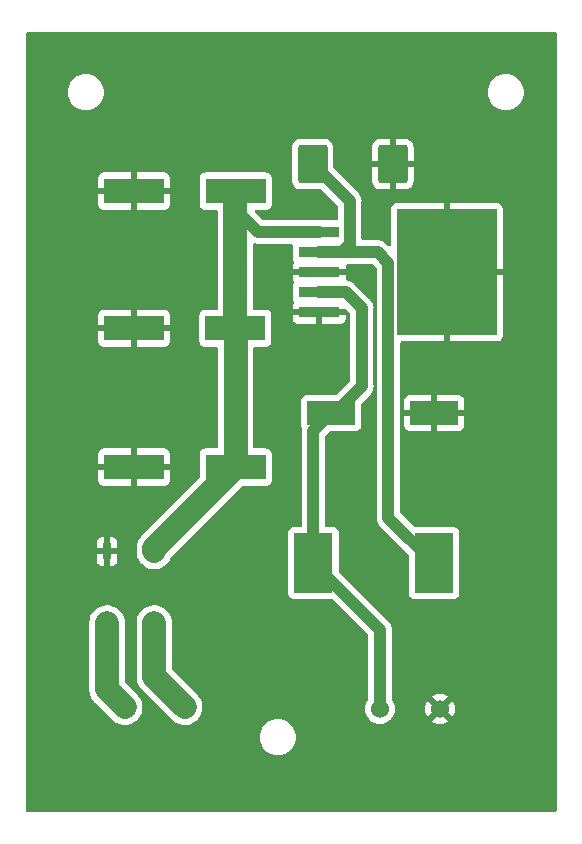
<source format=gbr>
%TF.GenerationSoftware,KiCad,Pcbnew,7.0.6*%
%TF.CreationDate,2025-01-04T15:57:42+10:30*%
%TF.ProjectId,Security System SMPS,53656375-7269-4747-9920-53797374656d,rev?*%
%TF.SameCoordinates,Original*%
%TF.FileFunction,Copper,L1,Top*%
%TF.FilePolarity,Positive*%
%FSLAX46Y46*%
G04 Gerber Fmt 4.6, Leading zero omitted, Abs format (unit mm)*
G04 Created by KiCad (PCBNEW 7.0.6) date 2025-01-04 15:57:42*
%MOMM*%
%LPD*%
G01*
G04 APERTURE LIST*
G04 Aperture macros list*
%AMRoundRect*
0 Rectangle with rounded corners*
0 $1 Rounding radius*
0 $2 $3 $4 $5 $6 $7 $8 $9 X,Y pos of 4 corners*
0 Add a 4 corners polygon primitive as box body*
4,1,4,$2,$3,$4,$5,$6,$7,$8,$9,$2,$3,0*
0 Add four circle primitives for the rounded corners*
1,1,$1+$1,$2,$3*
1,1,$1+$1,$4,$5*
1,1,$1+$1,$6,$7*
1,1,$1+$1,$8,$9*
0 Add four rect primitives between the rounded corners*
20,1,$1+$1,$2,$3,$4,$5,0*
20,1,$1+$1,$4,$5,$6,$7,0*
20,1,$1+$1,$6,$7,$8,$9,0*
20,1,$1+$1,$8,$9,$2,$3,0*%
G04 Aperture macros list end*
%TA.AperFunction,SMDPad,CuDef*%
%ADD10R,3.493999X0.964400*%
%TD*%
%TA.AperFunction,SMDPad,CuDef*%
%ADD11R,8.458200X10.718800*%
%TD*%
%TA.AperFunction,SMDPad,CuDef*%
%ADD12R,0.761200X1.454899*%
%TD*%
%TA.AperFunction,ComponentPad*%
%ADD13C,1.524000*%
%TD*%
%TA.AperFunction,SMDPad,CuDef*%
%ADD14R,3.300000X5.050000*%
%TD*%
%TA.AperFunction,SMDPad,CuDef*%
%ADD15RoundRect,0.250000X1.000000X-1.400000X1.000000X1.400000X-1.000000X1.400000X-1.000000X-1.400000X0*%
%TD*%
%TA.AperFunction,SMDPad,CuDef*%
%ADD16R,4.100000X2.000000*%
%TD*%
%TA.AperFunction,SMDPad,CuDef*%
%ADD17R,5.100000X2.150000*%
%TD*%
%TA.AperFunction,Conductor*%
%ADD18C,1.000000*%
%TD*%
%TA.AperFunction,Conductor*%
%ADD19C,2.000000*%
%TD*%
G04 APERTURE END LIST*
D10*
%TO.P,U2,1,VIN*%
%TO.N,+24V UREG*%
X126463800Y-72796400D03*
%TO.P,U2,2,OUTPUT*%
%TO.N,Net-(D1-K)*%
X126463800Y-74498200D03*
%TO.P,U2,3,GROUND*%
%TO.N,GND*%
X126463800Y-76200000D03*
%TO.P,U2,4,FEEDBACK*%
%TO.N,+12V*%
X126463800Y-77901800D03*
%TO.P,U2,5,\u002AON/OFF*%
%TO.N,GND*%
X126463800Y-79603600D03*
D11*
%TO.P,U2,6,GROUND*%
X137246100Y-76200000D03*
%TD*%
D12*
%TO.P,U1,4,4*%
%TO.N,+24V AC2*%
X108489999Y-105896148D03*
%TO.P,U1,2,2*%
%TO.N,+24V AC*%
X112490001Y-105896148D03*
%TO.P,U1,1,1*%
%TO.N,+24V UREG*%
X112490001Y-99843852D03*
%TO.P,U1,3,3*%
%TO.N,GND*%
X108489999Y-99843852D03*
%TD*%
D13*
%TO.P,J2,1,1*%
%TO.N,+12V*%
X131597400Y-113183299D03*
%TO.P,J2,2,2*%
%TO.N,GND*%
X136677400Y-113183299D03*
%TD*%
%TO.P,J1,1,1*%
%TO.N,+24V AC2*%
X109982000Y-113030000D03*
%TO.P,J1,2,2*%
%TO.N,+24V AC*%
X115062000Y-113030000D03*
%TD*%
D14*
%TO.P,L1,1,1*%
%TO.N,Net-(D1-K)*%
X136164000Y-100838000D03*
%TO.P,L1,2,2*%
%TO.N,+12V*%
X125964000Y-100838000D03*
%TD*%
D15*
%TO.P,D1,1,K*%
%TO.N,Net-(D1-K)*%
X125886000Y-67056000D03*
%TO.P,D1,2,A*%
%TO.N,GND*%
X132686000Y-67056000D03*
%TD*%
D16*
%TO.P,C4,1,+*%
%TO.N,+12V*%
X127476000Y-88138000D03*
%TO.P,C4,2,-*%
%TO.N,GND*%
X136176000Y-88138000D03*
%TD*%
D17*
%TO.P,C3,1,+*%
%TO.N,+24V UREG*%
X119380000Y-69342000D03*
%TO.P,C3,2,-*%
%TO.N,GND*%
X110780000Y-69342000D03*
%TD*%
%TO.P,C2,1,+*%
%TO.N,+24V UREG*%
X119362000Y-80968000D03*
%TO.P,C2,2,-*%
%TO.N,GND*%
X110762000Y-80968000D03*
%TD*%
%TO.P,C1,1,+*%
%TO.N,+24V UREG*%
X119380000Y-92710000D03*
%TO.P,C1,2,-*%
%TO.N,GND*%
X110780000Y-92710000D03*
%TD*%
D18*
%TO.N,Net-(D1-K)*%
X132317000Y-96991000D02*
X136164000Y-100838000D01*
X131394200Y-74498200D02*
X132317000Y-75421000D01*
X132317000Y-75421000D02*
X132317000Y-96991000D01*
X128391199Y-74498200D02*
X131394200Y-74498200D01*
%TO.N,+12V*%
X131597400Y-106471400D02*
X125964000Y-100838000D01*
X131597400Y-113183299D02*
X131597400Y-106471400D01*
X125964000Y-89650000D02*
X127476000Y-88138000D01*
X125964000Y-100838000D02*
X125964000Y-89650000D01*
X127762000Y-88138000D02*
X127476000Y-88138000D01*
X130048000Y-85852000D02*
X127762000Y-88138000D01*
X130048000Y-79248000D02*
X130048000Y-85852000D01*
X128701800Y-77901800D02*
X130048000Y-79248000D01*
X126463800Y-77901800D02*
X128701800Y-77901800D01*
%TO.N,Net-(D1-K)*%
X129032000Y-73857399D02*
X129032000Y-70202000D01*
X128391199Y-74498200D02*
X129032000Y-73857399D01*
X129032000Y-70202000D02*
X125886000Y-67056000D01*
X126463800Y-74498200D02*
X128391199Y-74498200D01*
%TO.N,+24V UREG*%
X121292400Y-72796400D02*
X119362000Y-70866000D01*
D19*
X119362000Y-70866000D02*
X119362000Y-69360000D01*
D18*
X126463800Y-72796400D02*
X121292400Y-72796400D01*
D19*
X119362000Y-80968000D02*
X119362000Y-70866000D01*
X119362000Y-69360000D02*
X119380000Y-69342000D01*
X119380000Y-80986000D02*
X119362000Y-80968000D01*
X119380000Y-92710000D02*
X119380000Y-80986000D01*
X112490001Y-99599999D02*
X119380000Y-92710000D01*
X112490001Y-99843852D02*
X112490001Y-99599999D01*
%TO.N,+24V AC*%
X112490001Y-110458001D02*
X115062000Y-113030000D01*
X112490001Y-105896148D02*
X112490001Y-110458001D01*
%TO.N,+24V AC2*%
X108489999Y-111537999D02*
X109982000Y-113030000D01*
X108489999Y-105896148D02*
X108489999Y-111537999D01*
%TD*%
%TA.AperFunction,Conductor*%
%TO.N,GND*%
G36*
X146500539Y-55900185D02*
G01*
X146546294Y-55952989D01*
X146557500Y-56004500D01*
X146557500Y-121795500D01*
X146537815Y-121862539D01*
X146485011Y-121908294D01*
X146433500Y-121919500D01*
X101724500Y-121919500D01*
X101657461Y-121899815D01*
X101611706Y-121847011D01*
X101600500Y-121795500D01*
X101600500Y-115570000D01*
X121406786Y-115570000D01*
X121425612Y-115809219D01*
X121481630Y-116042553D01*
X121481630Y-116042554D01*
X121573457Y-116264245D01*
X121573459Y-116264248D01*
X121698837Y-116468846D01*
X121698841Y-116468851D01*
X121766965Y-116548614D01*
X121854682Y-116651318D01*
X121971481Y-116751073D01*
X122037148Y-116807158D01*
X122037153Y-116807162D01*
X122241744Y-116932536D01*
X122241751Y-116932540D01*
X122279380Y-116948126D01*
X122281319Y-116948988D01*
X122282975Y-116949616D01*
X122377877Y-116988925D01*
X122463447Y-117024369D01*
X122504913Y-117034324D01*
X122512430Y-117036642D01*
X122548514Y-117050330D01*
X122578150Y-117051906D01*
X122696778Y-117080387D01*
X122743303Y-117084048D01*
X122750833Y-117085110D01*
X122752003Y-117085349D01*
X122752005Y-117085349D01*
X122754532Y-117085865D01*
X122754552Y-117085869D01*
X122788673Y-117092835D01*
X122817000Y-117089848D01*
X122936000Y-117099214D01*
X122986523Y-117095237D01*
X122993881Y-117095097D01*
X123032413Y-117096650D01*
X123058774Y-117089551D01*
X123175222Y-117080387D01*
X123228484Y-117067599D01*
X123235467Y-117066342D01*
X123241335Y-117065630D01*
X123241335Y-117065629D01*
X123273615Y-117061711D01*
X123297413Y-117051051D01*
X123408553Y-117024369D01*
X123462991Y-117001819D01*
X123469429Y-116999561D01*
X123477297Y-116997283D01*
X123477301Y-116997280D01*
X123481873Y-116995957D01*
X123482088Y-116995895D01*
X123482094Y-116995893D01*
X123506148Y-116988925D01*
X123526920Y-116975339D01*
X123630249Y-116932540D01*
X123684082Y-116899550D01*
X123689867Y-116896417D01*
X123699240Y-116891970D01*
X123699246Y-116891965D01*
X123703741Y-116889833D01*
X123703767Y-116889819D01*
X123724105Y-116880168D01*
X123741525Y-116864349D01*
X123834849Y-116807160D01*
X123886125Y-116763366D01*
X123891149Y-116759504D01*
X123921955Y-116738240D01*
X123935849Y-116720898D01*
X124017318Y-116651318D01*
X124063952Y-116596716D01*
X124068123Y-116592292D01*
X124078586Y-116582243D01*
X124078590Y-116582237D01*
X124094709Y-116566755D01*
X124105029Y-116548620D01*
X124173160Y-116468849D01*
X124213024Y-116403797D01*
X124216297Y-116398982D01*
X124226165Y-116385851D01*
X124226166Y-116385847D01*
X124228654Y-116382538D01*
X124229154Y-116381872D01*
X124229156Y-116381870D01*
X124229170Y-116381852D01*
X124229175Y-116381856D01*
X124230064Y-116381191D01*
X124232185Y-116377838D01*
X124238000Y-116370099D01*
X124244851Y-116351860D01*
X124298534Y-116264258D01*
X124298540Y-116264249D01*
X124329504Y-116189493D01*
X124331862Y-116184461D01*
X124340042Y-116168874D01*
X124341702Y-116167159D01*
X124344990Y-116159441D01*
X124348219Y-116153286D01*
X124351824Y-116135608D01*
X124390369Y-116042553D01*
X124410361Y-115959280D01*
X124411815Y-115954201D01*
X124416202Y-115941058D01*
X124418260Y-115938101D01*
X124421288Y-115925819D01*
X124421461Y-115925300D01*
X124421522Y-115914383D01*
X124421956Y-115911715D01*
X124422856Y-115907232D01*
X124446387Y-115809222D01*
X124453485Y-115719027D01*
X124454096Y-115713954D01*
X124459170Y-115682735D01*
X124457907Y-115674033D01*
X124458173Y-115660804D01*
X124458349Y-115657217D01*
X124465214Y-115570000D01*
X124458350Y-115482785D01*
X124458173Y-115479187D01*
X124457907Y-115465967D01*
X124459583Y-115459801D01*
X124454096Y-115426042D01*
X124453484Y-115420957D01*
X124446387Y-115330781D01*
X124446387Y-115330780D01*
X124446387Y-115330778D01*
X124422871Y-115232827D01*
X124421980Y-115228408D01*
X124421689Y-115226642D01*
X124421559Y-115225842D01*
X124422537Y-115217924D01*
X124421289Y-115214184D01*
X124418757Y-115203911D01*
X124416199Y-115198930D01*
X124411831Y-115185846D01*
X124410352Y-115180682D01*
X124390371Y-115097456D01*
X124390369Y-115097447D01*
X124351826Y-115004395D01*
X124350363Y-114990794D01*
X124344988Y-114980552D01*
X124342249Y-114974123D01*
X124340039Y-114971119D01*
X124331865Y-114955544D01*
X124329489Y-114950469D01*
X124298539Y-114875749D01*
X124244849Y-114788135D01*
X124240992Y-114773879D01*
X124232181Y-114762153D01*
X124230462Y-114759435D01*
X124229220Y-114758215D01*
X124216312Y-114741036D01*
X124213014Y-114736185D01*
X124190339Y-114699185D01*
X124173160Y-114671151D01*
X124105029Y-114591379D01*
X124098558Y-114576939D01*
X124068136Y-114547718D01*
X124063944Y-114543274D01*
X124017318Y-114488682D01*
X123969597Y-114447925D01*
X123935848Y-114419100D01*
X123926635Y-114404987D01*
X123891147Y-114380493D01*
X123886097Y-114376610D01*
X123883268Y-114374194D01*
X123866913Y-114360225D01*
X123834851Y-114332841D01*
X123834846Y-114332838D01*
X123741524Y-114275650D01*
X123729545Y-114262410D01*
X123700530Y-114248642D01*
X123689877Y-114243586D01*
X123684059Y-114240435D01*
X123630249Y-114207459D01*
X123526921Y-114164660D01*
X123512253Y-114152840D01*
X123469442Y-114140440D01*
X123462961Y-114138166D01*
X123408557Y-114115631D01*
X123408555Y-114115630D01*
X123297412Y-114088948D01*
X123280248Y-114079093D01*
X123235470Y-114073656D01*
X123228465Y-114072394D01*
X123188562Y-114062815D01*
X123175222Y-114059613D01*
X123175221Y-114059612D01*
X123058766Y-114050447D01*
X123039401Y-114043066D01*
X122993882Y-114044901D01*
X122986516Y-114044760D01*
X122936002Y-114040786D01*
X122936000Y-114040786D01*
X122816987Y-114050151D01*
X122795822Y-114045704D01*
X122750833Y-114054889D01*
X122743291Y-114055952D01*
X122723745Y-114057490D01*
X122696778Y-114059613D01*
X122696774Y-114059613D01*
X122696772Y-114059614D01*
X122578113Y-114088101D01*
X122555612Y-114086975D01*
X122512431Y-114103356D01*
X122504908Y-114105676D01*
X122463444Y-114115631D01*
X122282977Y-114190383D01*
X122281315Y-114191014D01*
X122279375Y-114191875D01*
X122241749Y-114207460D01*
X122241744Y-114207463D01*
X122037153Y-114332837D01*
X122037148Y-114332841D01*
X121854682Y-114488682D01*
X121698841Y-114671148D01*
X121698837Y-114671153D01*
X121573459Y-114875751D01*
X121573457Y-114875754D01*
X121481630Y-115097445D01*
X121481630Y-115097446D01*
X121425612Y-115330780D01*
X121406786Y-115570000D01*
X101600500Y-115570000D01*
X101600500Y-111475778D01*
X106985642Y-111475778D01*
X106989499Y-111569034D01*
X106989499Y-111600063D01*
X106992061Y-111630989D01*
X106995917Y-111724232D01*
X107001525Y-111750982D01*
X107002634Y-111758589D01*
X107004890Y-111785817D01*
X107004890Y-111785818D01*
X107004891Y-111785820D01*
X107027800Y-111876287D01*
X107046950Y-111967613D01*
X107046951Y-111967615D01*
X107056881Y-111993066D01*
X107059226Y-112000386D01*
X107065936Y-112026880D01*
X107091957Y-112086202D01*
X107103419Y-112112334D01*
X107137343Y-112199274D01*
X107151331Y-112222749D01*
X107154851Y-112229587D01*
X107165824Y-112254603D01*
X107165826Y-112254606D01*
X107216859Y-112332719D01*
X107264633Y-112412893D01*
X107282295Y-112433746D01*
X107286886Y-112439903D01*
X107301835Y-112462784D01*
X107301836Y-112462785D01*
X107365032Y-112531434D01*
X107385099Y-112555128D01*
X107407048Y-112577077D01*
X107470256Y-112645738D01*
X107491821Y-112662523D01*
X107497586Y-112667614D01*
X108964871Y-114134900D01*
X108987574Y-114154128D01*
X109107106Y-114255366D01*
X109320726Y-114382656D01*
X109320729Y-114382657D01*
X109552376Y-114473046D01*
X109552384Y-114473048D01*
X109552386Y-114473049D01*
X109795763Y-114524081D01*
X110044221Y-114534357D01*
X110290981Y-114503598D01*
X110470612Y-114450120D01*
X110529314Y-114432644D01*
X110752708Y-114323433D01*
X110752709Y-114323432D01*
X110752716Y-114323429D01*
X110955096Y-114178932D01*
X111130932Y-114003096D01*
X111275429Y-113800716D01*
X111348566Y-113651112D01*
X111384644Y-113577314D01*
X111406891Y-113502585D01*
X111455598Y-113338981D01*
X111486357Y-113092221D01*
X111476081Y-112843763D01*
X111425049Y-112600386D01*
X111425048Y-112600383D01*
X111425046Y-112600376D01*
X111334657Y-112368729D01*
X111334656Y-112368726D01*
X111207366Y-112155106D01*
X111133848Y-112068303D01*
X111086900Y-112012871D01*
X110026818Y-110952789D01*
X109993333Y-110891466D01*
X109990499Y-110865108D01*
X109990499Y-110395780D01*
X110985644Y-110395780D01*
X110989501Y-110489036D01*
X110989501Y-110520065D01*
X110992063Y-110550991D01*
X110995919Y-110644234D01*
X111001527Y-110670984D01*
X111002636Y-110678591D01*
X111004892Y-110705819D01*
X111004892Y-110705820D01*
X111004893Y-110705822D01*
X111027802Y-110796289D01*
X111046952Y-110887615D01*
X111046953Y-110887617D01*
X111056883Y-110913068D01*
X111059228Y-110920388D01*
X111065938Y-110946882D01*
X111103421Y-111032335D01*
X111103421Y-111032336D01*
X111137345Y-111119276D01*
X111151333Y-111142751D01*
X111154853Y-111149589D01*
X111165826Y-111174605D01*
X111165828Y-111174608D01*
X111216861Y-111252721D01*
X111264635Y-111332895D01*
X111282297Y-111353748D01*
X111286888Y-111359905D01*
X111301837Y-111382786D01*
X111301838Y-111382787D01*
X111365034Y-111451436D01*
X111385101Y-111475130D01*
X111407050Y-111497079D01*
X111470258Y-111565740D01*
X111491823Y-111582525D01*
X111497588Y-111587616D01*
X114044871Y-114134900D01*
X114067574Y-114154128D01*
X114187106Y-114255366D01*
X114187110Y-114255368D01*
X114187115Y-114255372D01*
X114400727Y-114382656D01*
X114632376Y-114473046D01*
X114632384Y-114473048D01*
X114632386Y-114473049D01*
X114875763Y-114524081D01*
X115124221Y-114534357D01*
X115370981Y-114503599D01*
X115609313Y-114432644D01*
X115715990Y-114380493D01*
X115832708Y-114323433D01*
X115832709Y-114323432D01*
X115832716Y-114323429D01*
X116035096Y-114178932D01*
X116210932Y-114003096D01*
X116355429Y-113800716D01*
X116464644Y-113577313D01*
X116535599Y-113338981D01*
X116566357Y-113092221D01*
X116556081Y-112843763D01*
X116505049Y-112600386D01*
X116505048Y-112600383D01*
X116505046Y-112600376D01*
X116440023Y-112433737D01*
X116414656Y-112368727D01*
X116329645Y-112226059D01*
X116287372Y-112155115D01*
X116287368Y-112155110D01*
X116287366Y-112155106D01*
X116213848Y-112068303D01*
X116166900Y-112012871D01*
X114026820Y-109872791D01*
X113993335Y-109811468D01*
X113990501Y-109785110D01*
X113990501Y-105834083D01*
X113975110Y-105648334D01*
X113975108Y-105648323D01*
X113914064Y-105407266D01*
X113814174Y-105179541D01*
X113678167Y-104971365D01*
X113656558Y-104947892D01*
X113509745Y-104788410D01*
X113313510Y-104635674D01*
X113313508Y-104635673D01*
X113313507Y-104635672D01*
X113094812Y-104517320D01*
X113094803Y-104517317D01*
X112859617Y-104436577D01*
X112614336Y-104395648D01*
X112365666Y-104395648D01*
X112120384Y-104436577D01*
X111885198Y-104517317D01*
X111885189Y-104517320D01*
X111666494Y-104635672D01*
X111470258Y-104788409D01*
X111301834Y-104971365D01*
X111165827Y-105179541D01*
X111065937Y-105407266D01*
X111004893Y-105648323D01*
X111004891Y-105648334D01*
X110989501Y-105834083D01*
X110989501Y-110360982D01*
X110989025Y-110368657D01*
X110985644Y-110395780D01*
X109990499Y-110395780D01*
X109990499Y-105834083D01*
X109975108Y-105648334D01*
X109975106Y-105648323D01*
X109914062Y-105407266D01*
X109814172Y-105179541D01*
X109678165Y-104971365D01*
X109656556Y-104947892D01*
X109509743Y-104788410D01*
X109313508Y-104635674D01*
X109313506Y-104635673D01*
X109313505Y-104635672D01*
X109094810Y-104517320D01*
X109094801Y-104517317D01*
X108859615Y-104436577D01*
X108614334Y-104395648D01*
X108365664Y-104395648D01*
X108120382Y-104436577D01*
X107885196Y-104517317D01*
X107885187Y-104517320D01*
X107666492Y-104635672D01*
X107470256Y-104788409D01*
X107301832Y-104971365D01*
X107165825Y-105179541D01*
X107065935Y-105407266D01*
X107004891Y-105648323D01*
X107004889Y-105648334D01*
X106989499Y-105834083D01*
X106989499Y-111440980D01*
X106989023Y-111448655D01*
X106985642Y-111475778D01*
X101600500Y-111475778D01*
X101600500Y-103410870D01*
X123813500Y-103410870D01*
X123813501Y-103410876D01*
X123819908Y-103470483D01*
X123870202Y-103605328D01*
X123870206Y-103605335D01*
X123956452Y-103720544D01*
X123956455Y-103720547D01*
X124071664Y-103806793D01*
X124071671Y-103806797D01*
X124206517Y-103857091D01*
X124206516Y-103857091D01*
X124213444Y-103857835D01*
X124266127Y-103863500D01*
X127523216Y-103863499D01*
X127590255Y-103883184D01*
X127610897Y-103899818D01*
X130560580Y-106849501D01*
X130594065Y-106910824D01*
X130596899Y-106937182D01*
X130596899Y-112371961D01*
X130577214Y-112439000D01*
X130574475Y-112443083D01*
X130499865Y-112549639D01*
X130406507Y-112749847D01*
X130406504Y-112749853D01*
X130349330Y-112963228D01*
X130349329Y-112963236D01*
X130330077Y-113183296D01*
X130330077Y-113183301D01*
X130349329Y-113403361D01*
X130349330Y-113403369D01*
X130406504Y-113616744D01*
X130406505Y-113616746D01*
X130406506Y-113616749D01*
X130422530Y-113651112D01*
X130499866Y-113816961D01*
X130499868Y-113816965D01*
X130626570Y-113997914D01*
X130626575Y-113997920D01*
X130782778Y-114154123D01*
X130782784Y-114154128D01*
X130963733Y-114280830D01*
X130963735Y-114280831D01*
X130963738Y-114280833D01*
X131163950Y-114374193D01*
X131377332Y-114431369D01*
X131534523Y-114445121D01*
X131597398Y-114450622D01*
X131597400Y-114450622D01*
X131597402Y-114450622D01*
X131652416Y-114445808D01*
X131817468Y-114431369D01*
X132030850Y-114374193D01*
X132231062Y-114280833D01*
X132412020Y-114154125D01*
X132568226Y-113997919D01*
X132694934Y-113816961D01*
X132788294Y-113616749D01*
X132845470Y-113403367D01*
X132864723Y-113183299D01*
X135410579Y-113183299D01*
X135429824Y-113403275D01*
X135429826Y-113403285D01*
X135486975Y-113616569D01*
X135486980Y-113616583D01*
X135580299Y-113816706D01*
X135580300Y-113816708D01*
X135625658Y-113881486D01*
X136208341Y-113298803D01*
X136233897Y-113385840D01*
X136308924Y-113502585D01*
X136413804Y-113593463D01*
X136540038Y-113651112D01*
X136560235Y-113654016D01*
X135979211Y-114235040D01*
X136043982Y-114280393D01*
X136043992Y-114280399D01*
X136244115Y-114373718D01*
X136244129Y-114373723D01*
X136457413Y-114430872D01*
X136457423Y-114430874D01*
X136677399Y-114450120D01*
X136677401Y-114450120D01*
X136897376Y-114430874D01*
X136897386Y-114430872D01*
X137110670Y-114373723D01*
X137110684Y-114373718D01*
X137310808Y-114280399D01*
X137310820Y-114280392D01*
X137375586Y-114235041D01*
X137375587Y-114235039D01*
X136794564Y-113654015D01*
X136814762Y-113651112D01*
X136940996Y-113593463D01*
X137045876Y-113502585D01*
X137120903Y-113385840D01*
X137146458Y-113298803D01*
X137729141Y-113881486D01*
X137729142Y-113881485D01*
X137774493Y-113816719D01*
X137774500Y-113816707D01*
X137867819Y-113616583D01*
X137867824Y-113616569D01*
X137924973Y-113403285D01*
X137924975Y-113403275D01*
X137944221Y-113183299D01*
X137944221Y-113183298D01*
X137924975Y-112963322D01*
X137924973Y-112963312D01*
X137867824Y-112750028D01*
X137867820Y-112750019D01*
X137774498Y-112549889D01*
X137729140Y-112485110D01*
X137146458Y-113067791D01*
X137120903Y-112980758D01*
X137045876Y-112864013D01*
X136940996Y-112773135D01*
X136814762Y-112715486D01*
X136794563Y-112712581D01*
X137375587Y-112131557D01*
X137310809Y-112086199D01*
X137310807Y-112086198D01*
X137110684Y-111992879D01*
X137110670Y-111992874D01*
X136897386Y-111935725D01*
X136897376Y-111935723D01*
X136677401Y-111916478D01*
X136677399Y-111916478D01*
X136457423Y-111935723D01*
X136457413Y-111935725D01*
X136244129Y-111992874D01*
X136244120Y-111992878D01*
X136043986Y-112086202D01*
X135979212Y-112131556D01*
X135979211Y-112131557D01*
X136560236Y-112712581D01*
X136540038Y-112715486D01*
X136413804Y-112773135D01*
X136308924Y-112864013D01*
X136233897Y-112980758D01*
X136208341Y-113067793D01*
X135625658Y-112485110D01*
X135625657Y-112485111D01*
X135580303Y-112549885D01*
X135486979Y-112750019D01*
X135486975Y-112750028D01*
X135429826Y-112963312D01*
X135429824Y-112963322D01*
X135410579Y-113183298D01*
X135410579Y-113183299D01*
X132864723Y-113183299D01*
X132845470Y-112963231D01*
X132788294Y-112749849D01*
X132694934Y-112549638D01*
X132649751Y-112485110D01*
X132620325Y-112443084D01*
X132597998Y-112376877D01*
X132597900Y-112371961D01*
X132597900Y-106484115D01*
X132600157Y-106395041D01*
X132600156Y-106395040D01*
X132600157Y-106395037D01*
X132589333Y-106334653D01*
X132588680Y-106329987D01*
X132585434Y-106298074D01*
X132582474Y-106268962D01*
X132572188Y-106236180D01*
X132570318Y-106228566D01*
X132564258Y-106194748D01*
X132541492Y-106137752D01*
X132539927Y-106133355D01*
X132521559Y-106074812D01*
X132504891Y-106044782D01*
X132501520Y-106037684D01*
X132488778Y-106005784D01*
X132488777Y-106005781D01*
X132480871Y-105993786D01*
X132455005Y-105954539D01*
X132452583Y-105950542D01*
X132422809Y-105896898D01*
X132400434Y-105870834D01*
X132395706Y-105864563D01*
X132376804Y-105835884D01*
X132376799Y-105835878D01*
X132355115Y-105814195D01*
X132333419Y-105792499D01*
X132330228Y-105789055D01*
X132290265Y-105742504D01*
X132263094Y-105721472D01*
X132257207Y-105716287D01*
X128150818Y-101609898D01*
X128117333Y-101548575D01*
X128114499Y-101522217D01*
X128114499Y-98265129D01*
X128114498Y-98265123D01*
X128114497Y-98265116D01*
X128108091Y-98205517D01*
X128057796Y-98070669D01*
X128057795Y-98070668D01*
X128057793Y-98070664D01*
X127971547Y-97955455D01*
X127971544Y-97955452D01*
X127856335Y-97869206D01*
X127856328Y-97869202D01*
X127721482Y-97818908D01*
X127721483Y-97818908D01*
X127661883Y-97812501D01*
X127661881Y-97812500D01*
X127661873Y-97812500D01*
X127661865Y-97812500D01*
X127088500Y-97812500D01*
X127021461Y-97792815D01*
X126975706Y-97740011D01*
X126964500Y-97688500D01*
X126964500Y-90115781D01*
X126984185Y-90048742D01*
X127000815Y-90028104D01*
X127354101Y-89674817D01*
X127415424Y-89641333D01*
X127441782Y-89638499D01*
X129573871Y-89638499D01*
X129573872Y-89638499D01*
X129633483Y-89632091D01*
X129768331Y-89581796D01*
X129883546Y-89495546D01*
X129969796Y-89380331D01*
X130020091Y-89245483D01*
X130026500Y-89185873D01*
X130026499Y-87339781D01*
X130046184Y-87272743D01*
X130062814Y-87252105D01*
X130746468Y-86568451D01*
X130811053Y-86507059D01*
X130846099Y-86456706D01*
X130848938Y-86452941D01*
X130852612Y-86448435D01*
X130887698Y-86405407D01*
X130903601Y-86374960D01*
X130907674Y-86368239D01*
X130912489Y-86361320D01*
X130927295Y-86340049D01*
X130951492Y-86283660D01*
X130953498Y-86279435D01*
X130981909Y-86225049D01*
X130991357Y-86192022D01*
X130993988Y-86184633D01*
X131007540Y-86153058D01*
X131019895Y-86092930D01*
X131020999Y-86088429D01*
X131037886Y-86029418D01*
X131040494Y-85995157D01*
X131041585Y-85987389D01*
X131048500Y-85953743D01*
X131048500Y-85892398D01*
X131048679Y-85887688D01*
X131053337Y-85826524D01*
X131048997Y-85792442D01*
X131048500Y-85784603D01*
X131048500Y-79260675D01*
X131050756Y-79171642D01*
X131050755Y-79171641D01*
X131050756Y-79171636D01*
X131039929Y-79111233D01*
X131039282Y-79106620D01*
X131033074Y-79045562D01*
X131033073Y-79045560D01*
X131033073Y-79045557D01*
X131022790Y-79012787D01*
X131020917Y-79005154D01*
X131014858Y-78971348D01*
X130992102Y-78914378D01*
X130990521Y-78909937D01*
X130980911Y-78879307D01*
X130972159Y-78851412D01*
X130972158Y-78851410D01*
X130972157Y-78851407D01*
X130955488Y-78821378D01*
X130952117Y-78814278D01*
X130939378Y-78782386D01*
X130939377Y-78782383D01*
X130905620Y-78731163D01*
X130903180Y-78727134D01*
X130892379Y-78707675D01*
X130873409Y-78673498D01*
X130873407Y-78673495D01*
X130851033Y-78647434D01*
X130846302Y-78641159D01*
X130827402Y-78612481D01*
X130784012Y-78569091D01*
X130780822Y-78565648D01*
X130740867Y-78519106D01*
X130740863Y-78519102D01*
X130713698Y-78498074D01*
X130707803Y-78492882D01*
X129418251Y-77203331D01*
X129356861Y-77138749D01*
X129356860Y-77138748D01*
X129356859Y-77138747D01*
X129315428Y-77109910D01*
X129306509Y-77103702D01*
X129302746Y-77100864D01*
X129255213Y-77062105D01*
X129255206Y-77062100D01*
X129224759Y-77046197D01*
X129218051Y-77042134D01*
X129189849Y-77022505D01*
X129189846Y-77022503D01*
X129189845Y-77022503D01*
X129189841Y-77022501D01*
X129133480Y-76998314D01*
X129129224Y-76996293D01*
X129074857Y-76967894D01*
X129074850Y-76967891D01*
X129074849Y-76967891D01*
X129068808Y-76966162D01*
X129041830Y-76958442D01*
X129034430Y-76955808D01*
X129002857Y-76942259D01*
X129002858Y-76942259D01*
X128942766Y-76929909D01*
X128938191Y-76928786D01*
X128879220Y-76911913D01*
X128879225Y-76911913D01*
X128844958Y-76909303D01*
X128837179Y-76908212D01*
X128805162Y-76901633D01*
X128743458Y-76868856D01*
X128709268Y-76807923D01*
X128706834Y-76766913D01*
X128710799Y-76730039D01*
X128710800Y-76730027D01*
X128710800Y-76450000D01*
X124216800Y-76450000D01*
X124216800Y-76730044D01*
X124223201Y-76789572D01*
X124223203Y-76789579D01*
X124273445Y-76924286D01*
X124273449Y-76924293D01*
X124312286Y-76976173D01*
X124336703Y-77041637D01*
X124321851Y-77109910D01*
X124312286Y-77124793D01*
X124273006Y-77177264D01*
X124273002Y-77177271D01*
X124222708Y-77312117D01*
X124216301Y-77371716D01*
X124216300Y-77371735D01*
X124216300Y-78431870D01*
X124216301Y-78431876D01*
X124222708Y-78491483D01*
X124273002Y-78626328D01*
X124273003Y-78626329D01*
X124273004Y-78626331D01*
X124286566Y-78644447D01*
X124312286Y-78678805D01*
X124336703Y-78744269D01*
X124321851Y-78812542D01*
X124312287Y-78827425D01*
X124273448Y-78879307D01*
X124273445Y-78879313D01*
X124223203Y-79014020D01*
X124223201Y-79014027D01*
X124216800Y-79073555D01*
X124216800Y-79353600D01*
X128687317Y-79353600D01*
X128754356Y-79373285D01*
X128774998Y-79389919D01*
X129011181Y-79626102D01*
X129044666Y-79687425D01*
X129047500Y-79713783D01*
X129047500Y-85386217D01*
X129027815Y-85453256D01*
X129011181Y-85473898D01*
X127883897Y-86601181D01*
X127822574Y-86634666D01*
X127796216Y-86637500D01*
X125378129Y-86637500D01*
X125378123Y-86637501D01*
X125318516Y-86643908D01*
X125183671Y-86694202D01*
X125183664Y-86694206D01*
X125068455Y-86780452D01*
X125068452Y-86780455D01*
X124982206Y-86895664D01*
X124982202Y-86895671D01*
X124931908Y-87030517D01*
X124925501Y-87090116D01*
X124925500Y-87090135D01*
X124925500Y-89185870D01*
X124925501Y-89185876D01*
X124931908Y-89245483D01*
X124978306Y-89369879D01*
X124983290Y-89439570D01*
X124981340Y-89447322D01*
X124974113Y-89472577D01*
X124974113Y-89472579D01*
X124971503Y-89506841D01*
X124970414Y-89514608D01*
X124964980Y-89541052D01*
X124963500Y-89548258D01*
X124963500Y-89609597D01*
X124963321Y-89614306D01*
X124958662Y-89675473D01*
X124963002Y-89709549D01*
X124963499Y-89717389D01*
X124963499Y-97688500D01*
X124943814Y-97755539D01*
X124891010Y-97801294D01*
X124839499Y-97812500D01*
X124266129Y-97812500D01*
X124266123Y-97812501D01*
X124206516Y-97818908D01*
X124071671Y-97869202D01*
X124071664Y-97869206D01*
X123956455Y-97955452D01*
X123956452Y-97955455D01*
X123870206Y-98070664D01*
X123870202Y-98070671D01*
X123819908Y-98205517D01*
X123813501Y-98265116D01*
X123813501Y-98265123D01*
X123813500Y-98265135D01*
X123813500Y-103410870D01*
X101600500Y-103410870D01*
X101600500Y-100093852D01*
X107609399Y-100093852D01*
X107609399Y-100619146D01*
X107615800Y-100678674D01*
X107615802Y-100678681D01*
X107666044Y-100813388D01*
X107666048Y-100813395D01*
X107752208Y-100928489D01*
X107752211Y-100928492D01*
X107867305Y-101014652D01*
X107867312Y-101014656D01*
X108002019Y-101064898D01*
X108002026Y-101064900D01*
X108061554Y-101071301D01*
X108061571Y-101071302D01*
X108239999Y-101071302D01*
X108239999Y-100093852D01*
X108739999Y-100093852D01*
X108739999Y-101071302D01*
X108918427Y-101071302D01*
X108918443Y-101071301D01*
X108977971Y-101064900D01*
X108977978Y-101064898D01*
X109112685Y-101014656D01*
X109112692Y-101014652D01*
X109227786Y-100928492D01*
X109227789Y-100928489D01*
X109313949Y-100813395D01*
X109313953Y-100813388D01*
X109364195Y-100678681D01*
X109364197Y-100678674D01*
X109370598Y-100619146D01*
X109370599Y-100619129D01*
X109370599Y-100093852D01*
X108739999Y-100093852D01*
X108239999Y-100093852D01*
X107609399Y-100093852D01*
X101600500Y-100093852D01*
X101600500Y-99662219D01*
X110985643Y-99662219D01*
X110989024Y-99689341D01*
X110989501Y-99697017D01*
X110989501Y-99905917D01*
X111004891Y-100091665D01*
X111004893Y-100091676D01*
X111065937Y-100332733D01*
X111165827Y-100560458D01*
X111301834Y-100768634D01*
X111301837Y-100768637D01*
X111470257Y-100951590D01*
X111666492Y-101104326D01*
X111885191Y-101222680D01*
X112120387Y-101303423D01*
X112365666Y-101344352D01*
X112614336Y-101344352D01*
X112859615Y-101303423D01*
X113094811Y-101222680D01*
X113313510Y-101104326D01*
X113509745Y-100951590D01*
X113678165Y-100768637D01*
X113814174Y-100560459D01*
X113914064Y-100332733D01*
X113917471Y-100319275D01*
X113949995Y-100262031D01*
X119890209Y-94321817D01*
X119951532Y-94288333D01*
X119977890Y-94285499D01*
X121977871Y-94285499D01*
X121977872Y-94285499D01*
X122037483Y-94279091D01*
X122172331Y-94228796D01*
X122287546Y-94142546D01*
X122373796Y-94027331D01*
X122424091Y-93892483D01*
X122430500Y-93832873D01*
X122430499Y-91587128D01*
X122424091Y-91527517D01*
X122373884Y-91392906D01*
X122373797Y-91392671D01*
X122373793Y-91392664D01*
X122287547Y-91277455D01*
X122287544Y-91277452D01*
X122172335Y-91191206D01*
X122172328Y-91191202D01*
X122037482Y-91140908D01*
X122037483Y-91140908D01*
X121977883Y-91134501D01*
X121977881Y-91134500D01*
X121977873Y-91134500D01*
X121977865Y-91134500D01*
X121004500Y-91134500D01*
X120937461Y-91114815D01*
X120891706Y-91062011D01*
X120880500Y-91010500D01*
X120880500Y-82667499D01*
X120900185Y-82600460D01*
X120952989Y-82554705D01*
X121004500Y-82543499D01*
X121959871Y-82543499D01*
X121959872Y-82543499D01*
X122019483Y-82537091D01*
X122154331Y-82486796D01*
X122269546Y-82400546D01*
X122355796Y-82285331D01*
X122406091Y-82150483D01*
X122412500Y-82090873D01*
X122412499Y-79853600D01*
X124216800Y-79853600D01*
X124216800Y-80133644D01*
X124223201Y-80193172D01*
X124223203Y-80193179D01*
X124273445Y-80327886D01*
X124273449Y-80327893D01*
X124359609Y-80442987D01*
X124359612Y-80442990D01*
X124474706Y-80529150D01*
X124474713Y-80529154D01*
X124609420Y-80579396D01*
X124609427Y-80579398D01*
X124668955Y-80585799D01*
X124668972Y-80585800D01*
X126213800Y-80585800D01*
X126213800Y-79853600D01*
X126713800Y-79853600D01*
X126713800Y-80585800D01*
X128258628Y-80585800D01*
X128258644Y-80585799D01*
X128318172Y-80579398D01*
X128318179Y-80579396D01*
X128452886Y-80529154D01*
X128452893Y-80529150D01*
X128567987Y-80442990D01*
X128567990Y-80442987D01*
X128654150Y-80327893D01*
X128654154Y-80327886D01*
X128704396Y-80193179D01*
X128704398Y-80193172D01*
X128710799Y-80133644D01*
X128710800Y-80133627D01*
X128710800Y-79853600D01*
X126713800Y-79853600D01*
X126213800Y-79853600D01*
X124216800Y-79853600D01*
X122412499Y-79853600D01*
X122412499Y-79845128D01*
X122406091Y-79785517D01*
X122355884Y-79650906D01*
X122355797Y-79650671D01*
X122355793Y-79650664D01*
X122269547Y-79535455D01*
X122269544Y-79535452D01*
X122154335Y-79449206D01*
X122154328Y-79449202D01*
X122019482Y-79398908D01*
X122019483Y-79398908D01*
X121959883Y-79392501D01*
X121959881Y-79392500D01*
X121959873Y-79392500D01*
X121959865Y-79392500D01*
X120986500Y-79392500D01*
X120919461Y-79372815D01*
X120873706Y-79320011D01*
X120862500Y-79268500D01*
X120862500Y-73881536D01*
X120882185Y-73814497D01*
X120934989Y-73768742D01*
X121004147Y-73758798D01*
X121011446Y-73760071D01*
X121035053Y-73764922D01*
X121051423Y-73768287D01*
X121056000Y-73769410D01*
X121069901Y-73773387D01*
X121114982Y-73786287D01*
X121149239Y-73788895D01*
X121157014Y-73789986D01*
X121190655Y-73796900D01*
X121190659Y-73796900D01*
X121251998Y-73796900D01*
X121256704Y-73797078D01*
X121291462Y-73799725D01*
X121317875Y-73801737D01*
X121317875Y-73801736D01*
X121317876Y-73801737D01*
X121351959Y-73797396D01*
X121359789Y-73796900D01*
X124096663Y-73796900D01*
X124163702Y-73816585D01*
X124209457Y-73869389D01*
X124219952Y-73934152D01*
X124216300Y-73968127D01*
X124216300Y-73968131D01*
X124216300Y-73968132D01*
X124216300Y-75028270D01*
X124216301Y-75028276D01*
X124222708Y-75087883D01*
X124273002Y-75222728D01*
X124273003Y-75222729D01*
X124273004Y-75222731D01*
X124309387Y-75271333D01*
X124312286Y-75275205D01*
X124336703Y-75340669D01*
X124321851Y-75408942D01*
X124312287Y-75423825D01*
X124273448Y-75475707D01*
X124273445Y-75475713D01*
X124223203Y-75610420D01*
X124223201Y-75610427D01*
X124216800Y-75669955D01*
X124216800Y-75950000D01*
X128710800Y-75950000D01*
X128710800Y-75669972D01*
X128710799Y-75669960D01*
X128707143Y-75635958D01*
X128719547Y-75567198D01*
X128767156Y-75516060D01*
X128830432Y-75498700D01*
X130928417Y-75498700D01*
X130995456Y-75518385D01*
X131016098Y-75535019D01*
X131280180Y-75799101D01*
X131313665Y-75860424D01*
X131316499Y-75886782D01*
X131316499Y-96978284D01*
X131314243Y-97067359D01*
X131314243Y-97067367D01*
X131325064Y-97127739D01*
X131325718Y-97132404D01*
X131331925Y-97193430D01*
X131331927Y-97193444D01*
X131342208Y-97226213D01*
X131344079Y-97233837D01*
X131350142Y-97267652D01*
X131350142Y-97267655D01*
X131372894Y-97324612D01*
X131374474Y-97329051D01*
X131392841Y-97387588D01*
X131392844Y-97387595D01*
X131409509Y-97417619D01*
X131412879Y-97424714D01*
X131425622Y-97456614D01*
X131425627Y-97456624D01*
X131459377Y-97507833D01*
X131461818Y-97511863D01*
X131491588Y-97565498D01*
X131491589Y-97565499D01*
X131491591Y-97565502D01*
X131513968Y-97591567D01*
X131518693Y-97597835D01*
X131531263Y-97616906D01*
X131537598Y-97626519D01*
X131580978Y-97669899D01*
X131584169Y-97673343D01*
X131624131Y-97719892D01*
X131624134Y-97719895D01*
X131650122Y-97740011D01*
X131651294Y-97740918D01*
X131657190Y-97746111D01*
X133977181Y-100066102D01*
X134010666Y-100127425D01*
X134013500Y-100153783D01*
X134013500Y-103410870D01*
X134013501Y-103410876D01*
X134019908Y-103470483D01*
X134070202Y-103605328D01*
X134070206Y-103605335D01*
X134156452Y-103720544D01*
X134156455Y-103720547D01*
X134271664Y-103806793D01*
X134271671Y-103806797D01*
X134406517Y-103857091D01*
X134406516Y-103857091D01*
X134413444Y-103857835D01*
X134466127Y-103863500D01*
X137861872Y-103863499D01*
X137921483Y-103857091D01*
X138056331Y-103806796D01*
X138171546Y-103720546D01*
X138257796Y-103605331D01*
X138308091Y-103470483D01*
X138314500Y-103410873D01*
X138314499Y-98265128D01*
X138308091Y-98205517D01*
X138257796Y-98070669D01*
X138257795Y-98070668D01*
X138257793Y-98070664D01*
X138171547Y-97955455D01*
X138171544Y-97955452D01*
X138056335Y-97869206D01*
X138056328Y-97869202D01*
X137921482Y-97818908D01*
X137921483Y-97818908D01*
X137861883Y-97812501D01*
X137861881Y-97812500D01*
X137861873Y-97812500D01*
X137861865Y-97812500D01*
X134604782Y-97812500D01*
X134537743Y-97792815D01*
X134517101Y-97776181D01*
X133353818Y-96612898D01*
X133320333Y-96551575D01*
X133317499Y-96525217D01*
X133317500Y-88388000D01*
X133626000Y-88388000D01*
X133626000Y-89185844D01*
X133632401Y-89245372D01*
X133632403Y-89245379D01*
X133682645Y-89380086D01*
X133682649Y-89380093D01*
X133768809Y-89495187D01*
X133768812Y-89495190D01*
X133883906Y-89581350D01*
X133883913Y-89581354D01*
X134018620Y-89631596D01*
X134018627Y-89631598D01*
X134078155Y-89637999D01*
X134078172Y-89638000D01*
X135926000Y-89638000D01*
X135926000Y-88388000D01*
X136426000Y-88388000D01*
X136426000Y-89638000D01*
X138273828Y-89638000D01*
X138273844Y-89637999D01*
X138333372Y-89631598D01*
X138333379Y-89631596D01*
X138468086Y-89581354D01*
X138468093Y-89581350D01*
X138583187Y-89495190D01*
X138583190Y-89495187D01*
X138669350Y-89380093D01*
X138669354Y-89380086D01*
X138719596Y-89245379D01*
X138719598Y-89245372D01*
X138725999Y-89185844D01*
X138726000Y-89185827D01*
X138726000Y-88388000D01*
X136426000Y-88388000D01*
X135926000Y-88388000D01*
X133626000Y-88388000D01*
X133317500Y-88388000D01*
X133317500Y-87888000D01*
X133626000Y-87888000D01*
X135926000Y-87888000D01*
X135926000Y-86638000D01*
X136426000Y-86638000D01*
X136426000Y-87888000D01*
X138726000Y-87888000D01*
X138726000Y-87090172D01*
X138725999Y-87090155D01*
X138719598Y-87030627D01*
X138719596Y-87030620D01*
X138669354Y-86895913D01*
X138669350Y-86895906D01*
X138583190Y-86780812D01*
X138583187Y-86780809D01*
X138468093Y-86694649D01*
X138468086Y-86694645D01*
X138333379Y-86644403D01*
X138333372Y-86644401D01*
X138273844Y-86638000D01*
X136426000Y-86638000D01*
X135926000Y-86638000D01*
X134078155Y-86638000D01*
X134018627Y-86644401D01*
X134018620Y-86644403D01*
X133883913Y-86694645D01*
X133883906Y-86694649D01*
X133768812Y-86780809D01*
X133768809Y-86780812D01*
X133682649Y-86895906D01*
X133682645Y-86895913D01*
X133632403Y-87030620D01*
X133632401Y-87030627D01*
X133626000Y-87090155D01*
X133626000Y-87888000D01*
X133317500Y-87888000D01*
X133317500Y-82183400D01*
X133337185Y-82116361D01*
X133389989Y-82070606D01*
X133441500Y-82059400D01*
X136996100Y-82059400D01*
X136996100Y-76450000D01*
X137496100Y-76450000D01*
X137496100Y-82059400D01*
X141523028Y-82059400D01*
X141523044Y-82059399D01*
X141582572Y-82052998D01*
X141582579Y-82052996D01*
X141717286Y-82002754D01*
X141717293Y-82002750D01*
X141832387Y-81916590D01*
X141832390Y-81916587D01*
X141918550Y-81801493D01*
X141918554Y-81801486D01*
X141968796Y-81666779D01*
X141968798Y-81666772D01*
X141975199Y-81607244D01*
X141975200Y-81607227D01*
X141975200Y-76450000D01*
X137496100Y-76450000D01*
X136996100Y-76450000D01*
X136996100Y-70340600D01*
X137496100Y-70340600D01*
X137496100Y-75950000D01*
X141975200Y-75950000D01*
X141975200Y-70792772D01*
X141975199Y-70792755D01*
X141968798Y-70733227D01*
X141968796Y-70733220D01*
X141918554Y-70598513D01*
X141918550Y-70598506D01*
X141832390Y-70483412D01*
X141832387Y-70483409D01*
X141717293Y-70397249D01*
X141717286Y-70397245D01*
X141582579Y-70347003D01*
X141582572Y-70347001D01*
X141523044Y-70340600D01*
X137496100Y-70340600D01*
X136996100Y-70340600D01*
X132969155Y-70340600D01*
X132909627Y-70347001D01*
X132909620Y-70347003D01*
X132774913Y-70397245D01*
X132774906Y-70397249D01*
X132659812Y-70483409D01*
X132659809Y-70483412D01*
X132573649Y-70598506D01*
X132573645Y-70598513D01*
X132523403Y-70733220D01*
X132523401Y-70733227D01*
X132517000Y-70792755D01*
X132516999Y-70792772D01*
X132516999Y-73906716D01*
X132497314Y-73973755D01*
X132444510Y-74019510D01*
X132375352Y-74029454D01*
X132311796Y-74000429D01*
X132305318Y-73994397D01*
X132110651Y-73799731D01*
X132049261Y-73735149D01*
X132049260Y-73735148D01*
X132049259Y-73735147D01*
X132021404Y-73715759D01*
X131998909Y-73700102D01*
X131995146Y-73697264D01*
X131947613Y-73658505D01*
X131947606Y-73658500D01*
X131917159Y-73642597D01*
X131910451Y-73638534D01*
X131882249Y-73618905D01*
X131882246Y-73618903D01*
X131882245Y-73618903D01*
X131882241Y-73618901D01*
X131825880Y-73594714D01*
X131821624Y-73592693D01*
X131767257Y-73564294D01*
X131767250Y-73564291D01*
X131767249Y-73564291D01*
X131761208Y-73562562D01*
X131734230Y-73554842D01*
X131726830Y-73552208D01*
X131695257Y-73538659D01*
X131695258Y-73538659D01*
X131635166Y-73526309D01*
X131630591Y-73525186D01*
X131571620Y-73508313D01*
X131571625Y-73508313D01*
X131537358Y-73505703D01*
X131529580Y-73504612D01*
X131495942Y-73497700D01*
X131495941Y-73497700D01*
X131434602Y-73497700D01*
X131429895Y-73497521D01*
X131424321Y-73497096D01*
X131368724Y-73492862D01*
X131348789Y-73495401D01*
X131334640Y-73497203D01*
X131326811Y-73497700D01*
X130156500Y-73497700D01*
X130089461Y-73478015D01*
X130043706Y-73425211D01*
X130032500Y-73373700D01*
X130032500Y-70214715D01*
X130034757Y-70125641D01*
X130034756Y-70125640D01*
X130034757Y-70125637D01*
X130023933Y-70065249D01*
X130023280Y-70060587D01*
X130017074Y-69999563D01*
X130017074Y-69999562D01*
X130006784Y-69966768D01*
X130004917Y-69959155D01*
X129998858Y-69925347D01*
X129998857Y-69925345D01*
X129976102Y-69868379D01*
X129974521Y-69863938D01*
X129956157Y-69805407D01*
X129939488Y-69775378D01*
X129936117Y-69768278D01*
X129923378Y-69736386D01*
X129923377Y-69736383D01*
X129889621Y-69685164D01*
X129887183Y-69681140D01*
X129857410Y-69627500D01*
X129857409Y-69627498D01*
X129845293Y-69613385D01*
X129835031Y-69601430D01*
X129830301Y-69595157D01*
X129811401Y-69566480D01*
X129789716Y-69544796D01*
X129768019Y-69523099D01*
X129764828Y-69519655D01*
X129724865Y-69473104D01*
X129697694Y-69452072D01*
X129691807Y-69446887D01*
X127672818Y-67427898D01*
X127639333Y-67366575D01*
X127636499Y-67340217D01*
X127636499Y-67306000D01*
X130936001Y-67306000D01*
X130936001Y-68505986D01*
X130946494Y-68608697D01*
X131001641Y-68775119D01*
X131001643Y-68775124D01*
X131093684Y-68924345D01*
X131217654Y-69048315D01*
X131366875Y-69140356D01*
X131366880Y-69140358D01*
X131533302Y-69195505D01*
X131533309Y-69195506D01*
X131636019Y-69205999D01*
X132435999Y-69205999D01*
X132436000Y-69205998D01*
X132436000Y-67306000D01*
X132936000Y-67306000D01*
X132936000Y-69205999D01*
X133735972Y-69205999D01*
X133735986Y-69205998D01*
X133838697Y-69195505D01*
X134005119Y-69140358D01*
X134005124Y-69140356D01*
X134154345Y-69048315D01*
X134278315Y-68924345D01*
X134370356Y-68775124D01*
X134370358Y-68775119D01*
X134425505Y-68608697D01*
X134425506Y-68608690D01*
X134435999Y-68505986D01*
X134436000Y-68505973D01*
X134436000Y-67306000D01*
X132936000Y-67306000D01*
X132436000Y-67306000D01*
X130936001Y-67306000D01*
X127636499Y-67306000D01*
X127636499Y-66806000D01*
X130936000Y-66806000D01*
X132436000Y-66806000D01*
X132436000Y-66805999D01*
X132935999Y-66805999D01*
X132936000Y-66806000D01*
X134435999Y-66806000D01*
X134435999Y-65606028D01*
X134435998Y-65606013D01*
X134425505Y-65503302D01*
X134370358Y-65336880D01*
X134370356Y-65336875D01*
X134278315Y-65187654D01*
X134154345Y-65063684D01*
X134005124Y-64971643D01*
X134005119Y-64971641D01*
X133838697Y-64916494D01*
X133838690Y-64916493D01*
X133735986Y-64906000D01*
X132936000Y-64906000D01*
X132935999Y-66805999D01*
X132436000Y-66805999D01*
X132436000Y-64906000D01*
X131636028Y-64906000D01*
X131636012Y-64906001D01*
X131533302Y-64916494D01*
X131366880Y-64971641D01*
X131366875Y-64971643D01*
X131217654Y-65063684D01*
X131093684Y-65187654D01*
X131001643Y-65336875D01*
X131001641Y-65336880D01*
X130946494Y-65503302D01*
X130946493Y-65503309D01*
X130936000Y-65606013D01*
X130936000Y-66806000D01*
X127636499Y-66806000D01*
X127636499Y-65605998D01*
X127636498Y-65605981D01*
X127625999Y-65503203D01*
X127625998Y-65503200D01*
X127570814Y-65336666D01*
X127478712Y-65187344D01*
X127354656Y-65063288D01*
X127205334Y-64971186D01*
X127038797Y-64916001D01*
X127038795Y-64916000D01*
X126936010Y-64905500D01*
X124835998Y-64905500D01*
X124835981Y-64905501D01*
X124733203Y-64916000D01*
X124733200Y-64916001D01*
X124566668Y-64971185D01*
X124566663Y-64971187D01*
X124417342Y-65063289D01*
X124293289Y-65187342D01*
X124201187Y-65336663D01*
X124201185Y-65336668D01*
X124201115Y-65336880D01*
X124146001Y-65503203D01*
X124146001Y-65503204D01*
X124146000Y-65503204D01*
X124135500Y-65605983D01*
X124135500Y-68506001D01*
X124135501Y-68506018D01*
X124146000Y-68608796D01*
X124146001Y-68608799D01*
X124201115Y-68775119D01*
X124201186Y-68775334D01*
X124293288Y-68924656D01*
X124417344Y-69048712D01*
X124566666Y-69140814D01*
X124733203Y-69195999D01*
X124835991Y-69206500D01*
X126570216Y-69206499D01*
X126637255Y-69226184D01*
X126657897Y-69242818D01*
X127995181Y-70580101D01*
X128028666Y-70641424D01*
X128031500Y-70667782D01*
X128031500Y-71689700D01*
X128011815Y-71756739D01*
X127959011Y-71802494D01*
X127907500Y-71813700D01*
X126664770Y-71813700D01*
X126639810Y-71811162D01*
X126565543Y-71795900D01*
X126565541Y-71795900D01*
X121758182Y-71795900D01*
X121691143Y-71776215D01*
X121670501Y-71759581D01*
X121040100Y-71129180D01*
X121006615Y-71067857D01*
X121011599Y-70998165D01*
X121053471Y-70942232D01*
X121118935Y-70917815D01*
X121127781Y-70917499D01*
X121977871Y-70917499D01*
X121977872Y-70917499D01*
X122037483Y-70911091D01*
X122172331Y-70860796D01*
X122287546Y-70774546D01*
X122373796Y-70659331D01*
X122424091Y-70524483D01*
X122430500Y-70464873D01*
X122430499Y-68219128D01*
X122424091Y-68159517D01*
X122373884Y-68024906D01*
X122373797Y-68024671D01*
X122373793Y-68024664D01*
X122287547Y-67909455D01*
X122287544Y-67909452D01*
X122172335Y-67823206D01*
X122172328Y-67823202D01*
X122037482Y-67772908D01*
X122037483Y-67772908D01*
X121977883Y-67766501D01*
X121977881Y-67766500D01*
X121977873Y-67766500D01*
X121977864Y-67766500D01*
X116782129Y-67766500D01*
X116782123Y-67766501D01*
X116722516Y-67772908D01*
X116587671Y-67823202D01*
X116587664Y-67823206D01*
X116472455Y-67909452D01*
X116472452Y-67909455D01*
X116386206Y-68024664D01*
X116386202Y-68024671D01*
X116335908Y-68159517D01*
X116329501Y-68219116D01*
X116329501Y-68219123D01*
X116329500Y-68219135D01*
X116329500Y-70464870D01*
X116329501Y-70464876D01*
X116335908Y-70524483D01*
X116386202Y-70659328D01*
X116386206Y-70659335D01*
X116472452Y-70774544D01*
X116472455Y-70774547D01*
X116587664Y-70860793D01*
X116587671Y-70860797D01*
X116722517Y-70911091D01*
X116722516Y-70911091D01*
X116729444Y-70911835D01*
X116782127Y-70917500D01*
X117737500Y-70917499D01*
X117804539Y-70937183D01*
X117850294Y-70989987D01*
X117861500Y-71041499D01*
X117861500Y-79268500D01*
X117841815Y-79335539D01*
X117789011Y-79381294D01*
X117737500Y-79392500D01*
X116764129Y-79392500D01*
X116764123Y-79392501D01*
X116704516Y-79398908D01*
X116569671Y-79449202D01*
X116569664Y-79449206D01*
X116454455Y-79535452D01*
X116454452Y-79535455D01*
X116368206Y-79650664D01*
X116368202Y-79650671D01*
X116317908Y-79785517D01*
X116311501Y-79845116D01*
X116311501Y-79845123D01*
X116311500Y-79845135D01*
X116311500Y-82090870D01*
X116311501Y-82090876D01*
X116317908Y-82150483D01*
X116368202Y-82285328D01*
X116368206Y-82285335D01*
X116454452Y-82400544D01*
X116454455Y-82400547D01*
X116569664Y-82486793D01*
X116569671Y-82486797D01*
X116704517Y-82537091D01*
X116704516Y-82537091D01*
X116711444Y-82537835D01*
X116764127Y-82543500D01*
X117755500Y-82543499D01*
X117822539Y-82563183D01*
X117868294Y-82615987D01*
X117879500Y-82667499D01*
X117879500Y-91010500D01*
X117859815Y-91077539D01*
X117807011Y-91123294D01*
X117755500Y-91134500D01*
X116782129Y-91134500D01*
X116782123Y-91134501D01*
X116722516Y-91140908D01*
X116587671Y-91191202D01*
X116587664Y-91191206D01*
X116472455Y-91277452D01*
X116472452Y-91277455D01*
X116386206Y-91392664D01*
X116386202Y-91392671D01*
X116335908Y-91527517D01*
X116329501Y-91587116D01*
X116329501Y-91587123D01*
X116329500Y-91587135D01*
X116329500Y-93587109D01*
X116309815Y-93654148D01*
X116293181Y-93674790D01*
X111497589Y-98470381D01*
X111491828Y-98475470D01*
X111470257Y-98492261D01*
X111407050Y-98560921D01*
X111385103Y-98582868D01*
X111385099Y-98582873D01*
X111365034Y-98606563D01*
X111334642Y-98639577D01*
X111301835Y-98675215D01*
X111286893Y-98698086D01*
X111282298Y-98704249D01*
X111264636Y-98725103D01*
X111216861Y-98805277D01*
X111165829Y-98883389D01*
X111165825Y-98883396D01*
X111154854Y-98908408D01*
X111151336Y-98915243D01*
X111137349Y-98938716D01*
X111137344Y-98938725D01*
X111103421Y-99025662D01*
X111065936Y-99111122D01*
X111059227Y-99137615D01*
X111056882Y-99144934D01*
X111046954Y-99170378D01*
X111046949Y-99170394D01*
X111027802Y-99261710D01*
X111004893Y-99352174D01*
X111004891Y-99352184D01*
X111002636Y-99379407D01*
X111001527Y-99387015D01*
X110995921Y-99413749D01*
X110995920Y-99413762D01*
X110992063Y-99507008D01*
X110989501Y-99537935D01*
X110989501Y-99568963D01*
X110985643Y-99662218D01*
X110985643Y-99662219D01*
X101600500Y-99662219D01*
X101600500Y-99593852D01*
X107609399Y-99593852D01*
X108239999Y-99593852D01*
X108239999Y-98616402D01*
X108739999Y-98616402D01*
X108739999Y-99593852D01*
X109370599Y-99593852D01*
X109370599Y-99068574D01*
X109370598Y-99068557D01*
X109364197Y-99009029D01*
X109364195Y-99009022D01*
X109313953Y-98874315D01*
X109313949Y-98874308D01*
X109227789Y-98759214D01*
X109227786Y-98759211D01*
X109112692Y-98673051D01*
X109112685Y-98673047D01*
X108977978Y-98622805D01*
X108977971Y-98622803D01*
X108918443Y-98616402D01*
X108739999Y-98616402D01*
X108239999Y-98616402D01*
X108061554Y-98616402D01*
X108002026Y-98622803D01*
X108002019Y-98622805D01*
X107867312Y-98673047D01*
X107867305Y-98673051D01*
X107752211Y-98759211D01*
X107752208Y-98759214D01*
X107666048Y-98874308D01*
X107666044Y-98874315D01*
X107615802Y-99009022D01*
X107615800Y-99009029D01*
X107609399Y-99068557D01*
X107609399Y-99593852D01*
X101600500Y-99593852D01*
X101600500Y-92960000D01*
X107730000Y-92960000D01*
X107730000Y-93832844D01*
X107736401Y-93892372D01*
X107736403Y-93892379D01*
X107786645Y-94027086D01*
X107786649Y-94027093D01*
X107872809Y-94142187D01*
X107872812Y-94142190D01*
X107987906Y-94228350D01*
X107987913Y-94228354D01*
X108122620Y-94278596D01*
X108122627Y-94278598D01*
X108182155Y-94284999D01*
X108182172Y-94285000D01*
X110530000Y-94285000D01*
X110530000Y-92960000D01*
X111030000Y-92960000D01*
X111030000Y-94285000D01*
X113377828Y-94285000D01*
X113377844Y-94284999D01*
X113437372Y-94278598D01*
X113437379Y-94278596D01*
X113572086Y-94228354D01*
X113572093Y-94228350D01*
X113687187Y-94142190D01*
X113687190Y-94142187D01*
X113773350Y-94027093D01*
X113773354Y-94027086D01*
X113823596Y-93892379D01*
X113823598Y-93892372D01*
X113829999Y-93832844D01*
X113830000Y-93832827D01*
X113830000Y-92960000D01*
X111030000Y-92960000D01*
X110530000Y-92960000D01*
X107730000Y-92960000D01*
X101600500Y-92960000D01*
X101600500Y-92460000D01*
X107730000Y-92460000D01*
X110530000Y-92460000D01*
X110530000Y-91135000D01*
X111030000Y-91135000D01*
X111030000Y-92460000D01*
X113830000Y-92460000D01*
X113830000Y-91587172D01*
X113829999Y-91587155D01*
X113823598Y-91527627D01*
X113823596Y-91527620D01*
X113773354Y-91392913D01*
X113773350Y-91392906D01*
X113687190Y-91277812D01*
X113687187Y-91277809D01*
X113572093Y-91191649D01*
X113572086Y-91191645D01*
X113437379Y-91141403D01*
X113437372Y-91141401D01*
X113377844Y-91135000D01*
X111030000Y-91135000D01*
X110530000Y-91135000D01*
X108182155Y-91135000D01*
X108122627Y-91141401D01*
X108122620Y-91141403D01*
X107987913Y-91191645D01*
X107987906Y-91191649D01*
X107872812Y-91277809D01*
X107872809Y-91277812D01*
X107786649Y-91392906D01*
X107786645Y-91392913D01*
X107736403Y-91527620D01*
X107736401Y-91527627D01*
X107730000Y-91587155D01*
X107730000Y-92460000D01*
X101600500Y-92460000D01*
X101600500Y-81218000D01*
X107712000Y-81218000D01*
X107712000Y-82090844D01*
X107718401Y-82150372D01*
X107718403Y-82150379D01*
X107768645Y-82285086D01*
X107768649Y-82285093D01*
X107854809Y-82400187D01*
X107854812Y-82400190D01*
X107969906Y-82486350D01*
X107969913Y-82486354D01*
X108104620Y-82536596D01*
X108104627Y-82536598D01*
X108164155Y-82542999D01*
X108164172Y-82543000D01*
X110512000Y-82543000D01*
X110512000Y-81218000D01*
X111012000Y-81218000D01*
X111012000Y-82543000D01*
X113359828Y-82543000D01*
X113359844Y-82542999D01*
X113419372Y-82536598D01*
X113419379Y-82536596D01*
X113554086Y-82486354D01*
X113554093Y-82486350D01*
X113669187Y-82400190D01*
X113669190Y-82400187D01*
X113755350Y-82285093D01*
X113755354Y-82285086D01*
X113805596Y-82150379D01*
X113805598Y-82150372D01*
X113811999Y-82090844D01*
X113812000Y-82090827D01*
X113812000Y-81218000D01*
X111012000Y-81218000D01*
X110512000Y-81218000D01*
X107712000Y-81218000D01*
X101600500Y-81218000D01*
X101600500Y-80718000D01*
X107712000Y-80718000D01*
X110512000Y-80718000D01*
X110512000Y-79393000D01*
X111012000Y-79393000D01*
X111012000Y-80718000D01*
X113812000Y-80718000D01*
X113812000Y-79845172D01*
X113811999Y-79845155D01*
X113805598Y-79785627D01*
X113805596Y-79785620D01*
X113755354Y-79650913D01*
X113755350Y-79650906D01*
X113669190Y-79535812D01*
X113669187Y-79535809D01*
X113554093Y-79449649D01*
X113554086Y-79449645D01*
X113419379Y-79399403D01*
X113419372Y-79399401D01*
X113359844Y-79393000D01*
X111012000Y-79393000D01*
X110512000Y-79393000D01*
X108164155Y-79393000D01*
X108104627Y-79399401D01*
X108104620Y-79399403D01*
X107969913Y-79449645D01*
X107969906Y-79449649D01*
X107854812Y-79535809D01*
X107854809Y-79535812D01*
X107768649Y-79650906D01*
X107768645Y-79650913D01*
X107718403Y-79785620D01*
X107718401Y-79785627D01*
X107712000Y-79845155D01*
X107712000Y-80718000D01*
X101600500Y-80718000D01*
X101600500Y-69592000D01*
X107730000Y-69592000D01*
X107730000Y-70464844D01*
X107736401Y-70524372D01*
X107736403Y-70524379D01*
X107786645Y-70659086D01*
X107786649Y-70659093D01*
X107872809Y-70774187D01*
X107872812Y-70774190D01*
X107987906Y-70860350D01*
X107987913Y-70860354D01*
X108122620Y-70910596D01*
X108122627Y-70910598D01*
X108182155Y-70916999D01*
X108182172Y-70917000D01*
X110530000Y-70917000D01*
X110530000Y-69592000D01*
X111030000Y-69592000D01*
X111030000Y-70917000D01*
X113377828Y-70917000D01*
X113377844Y-70916999D01*
X113437372Y-70910598D01*
X113437379Y-70910596D01*
X113572086Y-70860354D01*
X113572093Y-70860350D01*
X113687187Y-70774190D01*
X113687190Y-70774187D01*
X113773350Y-70659093D01*
X113773354Y-70659086D01*
X113823596Y-70524379D01*
X113823598Y-70524372D01*
X113829999Y-70464844D01*
X113830000Y-70464827D01*
X113830000Y-69592000D01*
X111030000Y-69592000D01*
X110530000Y-69592000D01*
X107730000Y-69592000D01*
X101600500Y-69592000D01*
X101600500Y-69092000D01*
X107730000Y-69092000D01*
X110530000Y-69092000D01*
X110530000Y-67767000D01*
X111030000Y-67767000D01*
X111030000Y-69092000D01*
X113830000Y-69092000D01*
X113830000Y-68219172D01*
X113829999Y-68219155D01*
X113823598Y-68159627D01*
X113823596Y-68159620D01*
X113773354Y-68024913D01*
X113773350Y-68024906D01*
X113687190Y-67909812D01*
X113687187Y-67909809D01*
X113572093Y-67823649D01*
X113572086Y-67823645D01*
X113437379Y-67773403D01*
X113437372Y-67773401D01*
X113377844Y-67767000D01*
X111030000Y-67767000D01*
X110530000Y-67767000D01*
X108182155Y-67767000D01*
X108122627Y-67773401D01*
X108122620Y-67773403D01*
X107987913Y-67823645D01*
X107987906Y-67823649D01*
X107872812Y-67909809D01*
X107872809Y-67909812D01*
X107786649Y-68024906D01*
X107786645Y-68024913D01*
X107736403Y-68159620D01*
X107736401Y-68159627D01*
X107730000Y-68219155D01*
X107730000Y-69092000D01*
X101600500Y-69092000D01*
X101600500Y-60960000D01*
X105150786Y-60960000D01*
X105169612Y-61199219D01*
X105225630Y-61432553D01*
X105225630Y-61432554D01*
X105317457Y-61654245D01*
X105317459Y-61654248D01*
X105442837Y-61858846D01*
X105442841Y-61858851D01*
X105510965Y-61938614D01*
X105598682Y-62041318D01*
X105715481Y-62141073D01*
X105781148Y-62197158D01*
X105781153Y-62197162D01*
X105985744Y-62322536D01*
X105985751Y-62322540D01*
X106023380Y-62338126D01*
X106025319Y-62338988D01*
X106026975Y-62339616D01*
X106121877Y-62378925D01*
X106207447Y-62414369D01*
X106248913Y-62424324D01*
X106256430Y-62426642D01*
X106292514Y-62440330D01*
X106322150Y-62441906D01*
X106440778Y-62470387D01*
X106487303Y-62474048D01*
X106494833Y-62475110D01*
X106496003Y-62475349D01*
X106496005Y-62475349D01*
X106498532Y-62475865D01*
X106498552Y-62475869D01*
X106532673Y-62482835D01*
X106561000Y-62479848D01*
X106680000Y-62489214D01*
X106730523Y-62485237D01*
X106737881Y-62485097D01*
X106776413Y-62486650D01*
X106802774Y-62479551D01*
X106919222Y-62470387D01*
X106972484Y-62457599D01*
X106979467Y-62456342D01*
X106985335Y-62455630D01*
X106985335Y-62455629D01*
X107017615Y-62451711D01*
X107041413Y-62441051D01*
X107152553Y-62414369D01*
X107206991Y-62391819D01*
X107213429Y-62389561D01*
X107221297Y-62387283D01*
X107221301Y-62387280D01*
X107225873Y-62385957D01*
X107226088Y-62385895D01*
X107226094Y-62385893D01*
X107250148Y-62378925D01*
X107270920Y-62365339D01*
X107374249Y-62322540D01*
X107428082Y-62289550D01*
X107433867Y-62286417D01*
X107443240Y-62281970D01*
X107443246Y-62281965D01*
X107447741Y-62279833D01*
X107447767Y-62279819D01*
X107468105Y-62270168D01*
X107485525Y-62254349D01*
X107578849Y-62197160D01*
X107630125Y-62153366D01*
X107635149Y-62149504D01*
X107665955Y-62128240D01*
X107679849Y-62110898D01*
X107761318Y-62041318D01*
X107807952Y-61986716D01*
X107812123Y-61982292D01*
X107822586Y-61972243D01*
X107822590Y-61972237D01*
X107838709Y-61956755D01*
X107849029Y-61938620D01*
X107917160Y-61858849D01*
X107957024Y-61793797D01*
X107960297Y-61788982D01*
X107970165Y-61775851D01*
X107970166Y-61775847D01*
X107972654Y-61772538D01*
X107973154Y-61771872D01*
X107973156Y-61771870D01*
X107973170Y-61771852D01*
X107973175Y-61771856D01*
X107974064Y-61771191D01*
X107976185Y-61767838D01*
X107982000Y-61760099D01*
X107988851Y-61741860D01*
X108042534Y-61654258D01*
X108042540Y-61654249D01*
X108073504Y-61579493D01*
X108075862Y-61574461D01*
X108084042Y-61558874D01*
X108085702Y-61557159D01*
X108088990Y-61549441D01*
X108092219Y-61543286D01*
X108095824Y-61525608D01*
X108134369Y-61432553D01*
X108154361Y-61349280D01*
X108155815Y-61344201D01*
X108160202Y-61331058D01*
X108162260Y-61328101D01*
X108165288Y-61315819D01*
X108165461Y-61315300D01*
X108165522Y-61304383D01*
X108165956Y-61301715D01*
X108166856Y-61297232D01*
X108190387Y-61199222D01*
X108197485Y-61109027D01*
X108198096Y-61103954D01*
X108203170Y-61072735D01*
X108201907Y-61064033D01*
X108202173Y-61050804D01*
X108202349Y-61047217D01*
X108209214Y-60960000D01*
X140710786Y-60960000D01*
X140729612Y-61199219D01*
X140785630Y-61432553D01*
X140785630Y-61432554D01*
X140877457Y-61654245D01*
X140877459Y-61654248D01*
X141002837Y-61858846D01*
X141002841Y-61858851D01*
X141070965Y-61938614D01*
X141158682Y-62041318D01*
X141275481Y-62141073D01*
X141341148Y-62197158D01*
X141341153Y-62197162D01*
X141545744Y-62322536D01*
X141545751Y-62322540D01*
X141583380Y-62338126D01*
X141585319Y-62338988D01*
X141586975Y-62339616D01*
X141681877Y-62378925D01*
X141767447Y-62414369D01*
X141808913Y-62424324D01*
X141816430Y-62426642D01*
X141852514Y-62440330D01*
X141882150Y-62441906D01*
X142000778Y-62470387D01*
X142047303Y-62474048D01*
X142054833Y-62475110D01*
X142056003Y-62475349D01*
X142056005Y-62475349D01*
X142058532Y-62475865D01*
X142058552Y-62475869D01*
X142092673Y-62482835D01*
X142121000Y-62479848D01*
X142240000Y-62489214D01*
X142290523Y-62485237D01*
X142297881Y-62485097D01*
X142336413Y-62486650D01*
X142362774Y-62479551D01*
X142479222Y-62470387D01*
X142532484Y-62457599D01*
X142539467Y-62456342D01*
X142545335Y-62455630D01*
X142545335Y-62455629D01*
X142577615Y-62451711D01*
X142601413Y-62441051D01*
X142712553Y-62414369D01*
X142766991Y-62391819D01*
X142773429Y-62389561D01*
X142781297Y-62387283D01*
X142781301Y-62387280D01*
X142785873Y-62385957D01*
X142786088Y-62385895D01*
X142786094Y-62385893D01*
X142810148Y-62378925D01*
X142830920Y-62365339D01*
X142934249Y-62322540D01*
X142988082Y-62289550D01*
X142993867Y-62286417D01*
X143003240Y-62281970D01*
X143003246Y-62281965D01*
X143007741Y-62279833D01*
X143007767Y-62279819D01*
X143028105Y-62270168D01*
X143045525Y-62254349D01*
X143138849Y-62197160D01*
X143190125Y-62153366D01*
X143195149Y-62149504D01*
X143225955Y-62128240D01*
X143239849Y-62110898D01*
X143321318Y-62041318D01*
X143367952Y-61986716D01*
X143372123Y-61982292D01*
X143382586Y-61972243D01*
X143382590Y-61972237D01*
X143398709Y-61956755D01*
X143409029Y-61938620D01*
X143477160Y-61858849D01*
X143517024Y-61793797D01*
X143520297Y-61788982D01*
X143530165Y-61775851D01*
X143530166Y-61775847D01*
X143532654Y-61772538D01*
X143533154Y-61771872D01*
X143533156Y-61771870D01*
X143533170Y-61771852D01*
X143533175Y-61771856D01*
X143534064Y-61771191D01*
X143536185Y-61767838D01*
X143542000Y-61760099D01*
X143548851Y-61741860D01*
X143602534Y-61654258D01*
X143602540Y-61654249D01*
X143633504Y-61579493D01*
X143635862Y-61574461D01*
X143644042Y-61558874D01*
X143645702Y-61557159D01*
X143648990Y-61549441D01*
X143652219Y-61543286D01*
X143655824Y-61525608D01*
X143694369Y-61432553D01*
X143714361Y-61349280D01*
X143715815Y-61344201D01*
X143720202Y-61331058D01*
X143722260Y-61328101D01*
X143725288Y-61315819D01*
X143725461Y-61315300D01*
X143725522Y-61304383D01*
X143725956Y-61301715D01*
X143726856Y-61297232D01*
X143750387Y-61199222D01*
X143757485Y-61109027D01*
X143758096Y-61103954D01*
X143763170Y-61072735D01*
X143761907Y-61064033D01*
X143762173Y-61050804D01*
X143762349Y-61047217D01*
X143769214Y-60960000D01*
X143762350Y-60872785D01*
X143762173Y-60869187D01*
X143761907Y-60855967D01*
X143763583Y-60849801D01*
X143758096Y-60816042D01*
X143757484Y-60810957D01*
X143750387Y-60720781D01*
X143750387Y-60720780D01*
X143750387Y-60720778D01*
X143726871Y-60622827D01*
X143725980Y-60618408D01*
X143725689Y-60616642D01*
X143725559Y-60615842D01*
X143726537Y-60607924D01*
X143725289Y-60604184D01*
X143722757Y-60593911D01*
X143720199Y-60588930D01*
X143715831Y-60575846D01*
X143714352Y-60570682D01*
X143694371Y-60487456D01*
X143694369Y-60487447D01*
X143655826Y-60394395D01*
X143654363Y-60380794D01*
X143648988Y-60370552D01*
X143646249Y-60364123D01*
X143644039Y-60361119D01*
X143635865Y-60345544D01*
X143633489Y-60340469D01*
X143602539Y-60265749D01*
X143548849Y-60178135D01*
X143544992Y-60163879D01*
X143536181Y-60152153D01*
X143534462Y-60149435D01*
X143533220Y-60148215D01*
X143520312Y-60131036D01*
X143517014Y-60126185D01*
X143494339Y-60089185D01*
X143477160Y-60061151D01*
X143409029Y-59981379D01*
X143402558Y-59966939D01*
X143372136Y-59937718D01*
X143367944Y-59933274D01*
X143321318Y-59878682D01*
X143273597Y-59837925D01*
X143239848Y-59809100D01*
X143230635Y-59794987D01*
X143195147Y-59770493D01*
X143190097Y-59766610D01*
X143138851Y-59722841D01*
X143138846Y-59722838D01*
X143045524Y-59665650D01*
X143033545Y-59652410D01*
X143004530Y-59638642D01*
X142993877Y-59633586D01*
X142988059Y-59630435D01*
X142934249Y-59597459D01*
X142830921Y-59554660D01*
X142816253Y-59542840D01*
X142773442Y-59530440D01*
X142766961Y-59528166D01*
X142712557Y-59505631D01*
X142712555Y-59505630D01*
X142601412Y-59478948D01*
X142584248Y-59469093D01*
X142539470Y-59463656D01*
X142532465Y-59462394D01*
X142492562Y-59452815D01*
X142479222Y-59449613D01*
X142479221Y-59449612D01*
X142362766Y-59440447D01*
X142343401Y-59433066D01*
X142297882Y-59434901D01*
X142290516Y-59434760D01*
X142240002Y-59430786D01*
X142240000Y-59430786D01*
X142120987Y-59440151D01*
X142099822Y-59435704D01*
X142054833Y-59444889D01*
X142047291Y-59445952D01*
X142027745Y-59447490D01*
X142000778Y-59449613D01*
X142000774Y-59449613D01*
X142000772Y-59449614D01*
X141882113Y-59478101D01*
X141859612Y-59476975D01*
X141816431Y-59493356D01*
X141808908Y-59495676D01*
X141767444Y-59505631D01*
X141586977Y-59580383D01*
X141585315Y-59581014D01*
X141583375Y-59581875D01*
X141545749Y-59597460D01*
X141545744Y-59597463D01*
X141341153Y-59722837D01*
X141341148Y-59722841D01*
X141158682Y-59878682D01*
X141002841Y-60061148D01*
X141002837Y-60061153D01*
X140877459Y-60265751D01*
X140877457Y-60265754D01*
X140785630Y-60487445D01*
X140785630Y-60487446D01*
X140729612Y-60720780D01*
X140710786Y-60960000D01*
X108209214Y-60960000D01*
X108202350Y-60872785D01*
X108202173Y-60869187D01*
X108201907Y-60855967D01*
X108203583Y-60849801D01*
X108198096Y-60816042D01*
X108197484Y-60810957D01*
X108190387Y-60720781D01*
X108190387Y-60720780D01*
X108190387Y-60720778D01*
X108166871Y-60622827D01*
X108165980Y-60618408D01*
X108165689Y-60616642D01*
X108165559Y-60615842D01*
X108166537Y-60607924D01*
X108165289Y-60604184D01*
X108162757Y-60593911D01*
X108160199Y-60588930D01*
X108155831Y-60575846D01*
X108154352Y-60570682D01*
X108134371Y-60487456D01*
X108134369Y-60487447D01*
X108095826Y-60394395D01*
X108094363Y-60380794D01*
X108088988Y-60370552D01*
X108086249Y-60364123D01*
X108084039Y-60361119D01*
X108075865Y-60345544D01*
X108073489Y-60340469D01*
X108042539Y-60265749D01*
X107988849Y-60178135D01*
X107984992Y-60163879D01*
X107976181Y-60152153D01*
X107974462Y-60149435D01*
X107973220Y-60148215D01*
X107960312Y-60131036D01*
X107957014Y-60126185D01*
X107934339Y-60089185D01*
X107917160Y-60061151D01*
X107849029Y-59981379D01*
X107842558Y-59966939D01*
X107812136Y-59937718D01*
X107807944Y-59933274D01*
X107761318Y-59878682D01*
X107713597Y-59837925D01*
X107679848Y-59809100D01*
X107670635Y-59794987D01*
X107635147Y-59770493D01*
X107630097Y-59766610D01*
X107578851Y-59722841D01*
X107578846Y-59722838D01*
X107485524Y-59665650D01*
X107473545Y-59652410D01*
X107444530Y-59638642D01*
X107433877Y-59633586D01*
X107428059Y-59630435D01*
X107374249Y-59597459D01*
X107270921Y-59554660D01*
X107256253Y-59542840D01*
X107213442Y-59530440D01*
X107206961Y-59528166D01*
X107152557Y-59505631D01*
X107152555Y-59505630D01*
X107041412Y-59478948D01*
X107024248Y-59469093D01*
X106979470Y-59463656D01*
X106972465Y-59462394D01*
X106932562Y-59452815D01*
X106919222Y-59449613D01*
X106919221Y-59449612D01*
X106802766Y-59440447D01*
X106783401Y-59433066D01*
X106737882Y-59434901D01*
X106730516Y-59434760D01*
X106680002Y-59430786D01*
X106680000Y-59430786D01*
X106560987Y-59440151D01*
X106539822Y-59435704D01*
X106494833Y-59444889D01*
X106487291Y-59445952D01*
X106467745Y-59447490D01*
X106440778Y-59449613D01*
X106440774Y-59449613D01*
X106440772Y-59449614D01*
X106322113Y-59478101D01*
X106299612Y-59476975D01*
X106256431Y-59493356D01*
X106248908Y-59495676D01*
X106207444Y-59505631D01*
X106026977Y-59580383D01*
X106025315Y-59581014D01*
X106023375Y-59581875D01*
X105985749Y-59597460D01*
X105985744Y-59597463D01*
X105781153Y-59722837D01*
X105781148Y-59722841D01*
X105598682Y-59878682D01*
X105442841Y-60061148D01*
X105442837Y-60061153D01*
X105317459Y-60265751D01*
X105317457Y-60265754D01*
X105225630Y-60487445D01*
X105225630Y-60487446D01*
X105169612Y-60720780D01*
X105150786Y-60960000D01*
X101600500Y-60960000D01*
X101600500Y-56004500D01*
X101620185Y-55937461D01*
X101672989Y-55891706D01*
X101724500Y-55880500D01*
X146433500Y-55880500D01*
X146500539Y-55900185D01*
G37*
%TD.AperFunction*%
%TD*%
M02*

</source>
